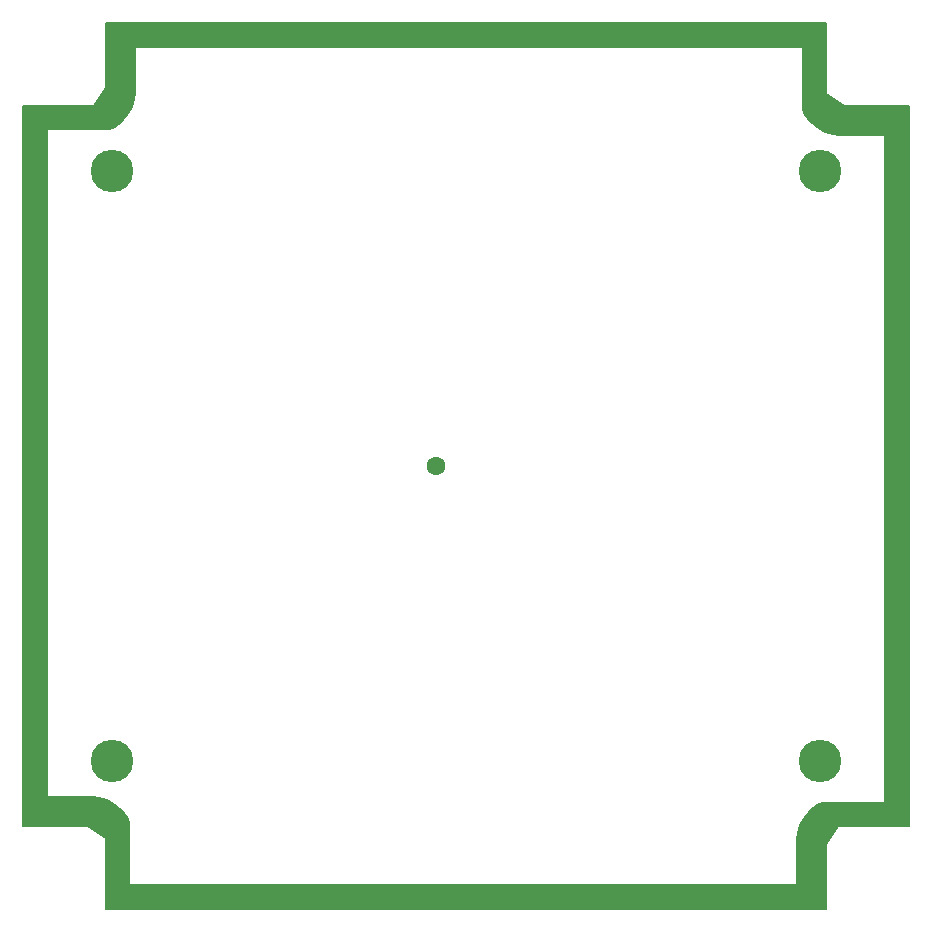
<source format=gbs>
%TF.GenerationSoftware,KiCad,Pcbnew,8.0.1*%
%TF.CreationDate,2024-07-18T17:37:03+01:00*%
%TF.ProjectId,patch-antenna-board,70617463-682d-4616-9e74-656e6e612d62,rev?*%
%TF.SameCoordinates,Original*%
%TF.FileFunction,Soldermask,Bot*%
%TF.FilePolarity,Negative*%
%FSLAX46Y46*%
G04 Gerber Fmt 4.6, Leading zero omitted, Abs format (unit mm)*
G04 Created by KiCad (PCBNEW 8.0.1) date 2024-07-18 17:37:03*
%MOMM*%
%LPD*%
G01*
G04 APERTURE LIST*
%ADD10C,0.150000*%
%ADD11C,1.600000*%
%ADD12C,3.600000*%
G04 APERTURE END LIST*
D10*
X69500000Y-135500000D02*
X130500000Y-135500000D01*
X130500000Y-137500000D01*
X69500000Y-137500000D01*
X69500000Y-135500000D01*
G36*
X69500000Y-135500000D02*
G01*
X130500000Y-135500000D01*
X130500000Y-137500000D01*
X69500000Y-137500000D01*
X69500000Y-135500000D01*
G37*
X135500000Y-69500000D02*
X137500000Y-69500000D01*
X137500000Y-130500000D01*
X135500000Y-130500000D01*
X135500000Y-69500000D01*
G36*
X135500000Y-69500000D02*
G01*
X137500000Y-69500000D01*
X137500000Y-130500000D01*
X135500000Y-130500000D01*
X135500000Y-69500000D01*
G37*
X62500000Y-69500000D02*
X64500000Y-69500000D01*
X64500000Y-130500000D01*
X62500000Y-130500000D01*
X62500000Y-69500000D01*
G36*
X62500000Y-69500000D02*
G01*
X64500000Y-69500000D01*
X64500000Y-130500000D01*
X62500000Y-130500000D01*
X62500000Y-69500000D01*
G37*
X130500000Y-68500000D02*
X132000000Y-69500000D01*
X137500000Y-69500000D01*
X137500000Y-72000000D01*
X131500000Y-72000000D01*
X130700000Y-71800000D01*
X130200000Y-71600000D01*
X129600000Y-71200000D01*
X129100000Y-70800000D01*
X128700000Y-70300000D01*
X128500000Y-69900000D01*
X128500000Y-62500000D01*
X130500000Y-62500000D01*
X130500000Y-68500000D01*
G36*
X130500000Y-68500000D02*
G01*
X132000000Y-69500000D01*
X137500000Y-69500000D01*
X137500000Y-72000000D01*
X131500000Y-72000000D01*
X130700000Y-71800000D01*
X130200000Y-71600000D01*
X129600000Y-71200000D01*
X129100000Y-70800000D01*
X128700000Y-70300000D01*
X128500000Y-69900000D01*
X128500000Y-62500000D01*
X130500000Y-62500000D01*
X130500000Y-68500000D01*
G37*
X72000000Y-68500000D02*
X71800000Y-69300000D01*
X71600000Y-69800000D01*
X71200000Y-70400000D01*
X70800000Y-70900000D01*
X70300000Y-71300000D01*
X69900000Y-71500000D01*
X62500000Y-71500000D01*
X62500000Y-69500000D01*
X68500000Y-69500000D01*
X69500000Y-68000000D01*
X69500000Y-62500000D01*
X72000000Y-62500000D01*
X72000000Y-68500000D01*
G36*
X72000000Y-68500000D02*
G01*
X71800000Y-69300000D01*
X71600000Y-69800000D01*
X71200000Y-70400000D01*
X70800000Y-70900000D01*
X70300000Y-71300000D01*
X69900000Y-71500000D01*
X62500000Y-71500000D01*
X62500000Y-69500000D01*
X68500000Y-69500000D01*
X69500000Y-68000000D01*
X69500000Y-62500000D01*
X72000000Y-62500000D01*
X72000000Y-68500000D01*
G37*
X69300000Y-128200000D02*
X69800000Y-128400000D01*
X70400000Y-128800000D01*
X70900000Y-129200000D01*
X71300000Y-129700000D01*
X71500000Y-130100000D01*
X71500000Y-137500000D01*
X69500000Y-137500000D01*
X69500000Y-131500000D01*
X68000000Y-130500000D01*
X62500000Y-130500000D01*
X62500000Y-128000000D01*
X68500000Y-128000000D01*
X69300000Y-128200000D01*
G36*
X69300000Y-128200000D02*
G01*
X69800000Y-128400000D01*
X70400000Y-128800000D01*
X70900000Y-129200000D01*
X71300000Y-129700000D01*
X71500000Y-130100000D01*
X71500000Y-137500000D01*
X69500000Y-137500000D01*
X69500000Y-131500000D01*
X68000000Y-130500000D01*
X62500000Y-130500000D01*
X62500000Y-128000000D01*
X68500000Y-128000000D01*
X69300000Y-128200000D01*
G37*
X69500000Y-62500000D02*
X130500000Y-62500000D01*
X130500000Y-64500000D01*
X69500000Y-64500000D01*
X69500000Y-62500000D01*
G36*
X69500000Y-62500000D02*
G01*
X130500000Y-62500000D01*
X130500000Y-64500000D01*
X69500000Y-64500000D01*
X69500000Y-62500000D01*
G37*
X137500000Y-130500000D02*
X131500000Y-130500000D01*
X130500000Y-132000000D01*
X130500000Y-137500000D01*
X128000000Y-137500000D01*
X128000000Y-131500000D01*
X128200000Y-130700000D01*
X128400000Y-130200000D01*
X128800000Y-129600000D01*
X129200000Y-129100000D01*
X129700000Y-128700000D01*
X130100000Y-128500000D01*
X137500000Y-128500000D01*
X137500000Y-130500000D01*
G36*
X137500000Y-130500000D02*
G01*
X131500000Y-130500000D01*
X130500000Y-132000000D01*
X130500000Y-137500000D01*
X128000000Y-137500000D01*
X128000000Y-131500000D01*
X128200000Y-130700000D01*
X128400000Y-130200000D01*
X128800000Y-129600000D01*
X129200000Y-129100000D01*
X129700000Y-128700000D01*
X130100000Y-128500000D01*
X137500000Y-128500000D01*
X137500000Y-130500000D01*
G37*
D11*
%TO.C,ANT1*%
X97500000Y-100000000D03*
%TD*%
D12*
%TO.C,H1*%
X70000000Y-125000000D03*
%TD*%
%TO.C,H2*%
X70000000Y-75000000D03*
%TD*%
%TO.C,H3*%
X130000000Y-75000000D03*
%TD*%
%TO.C,H4*%
X130000000Y-125000000D03*
%TD*%
M02*

</source>
